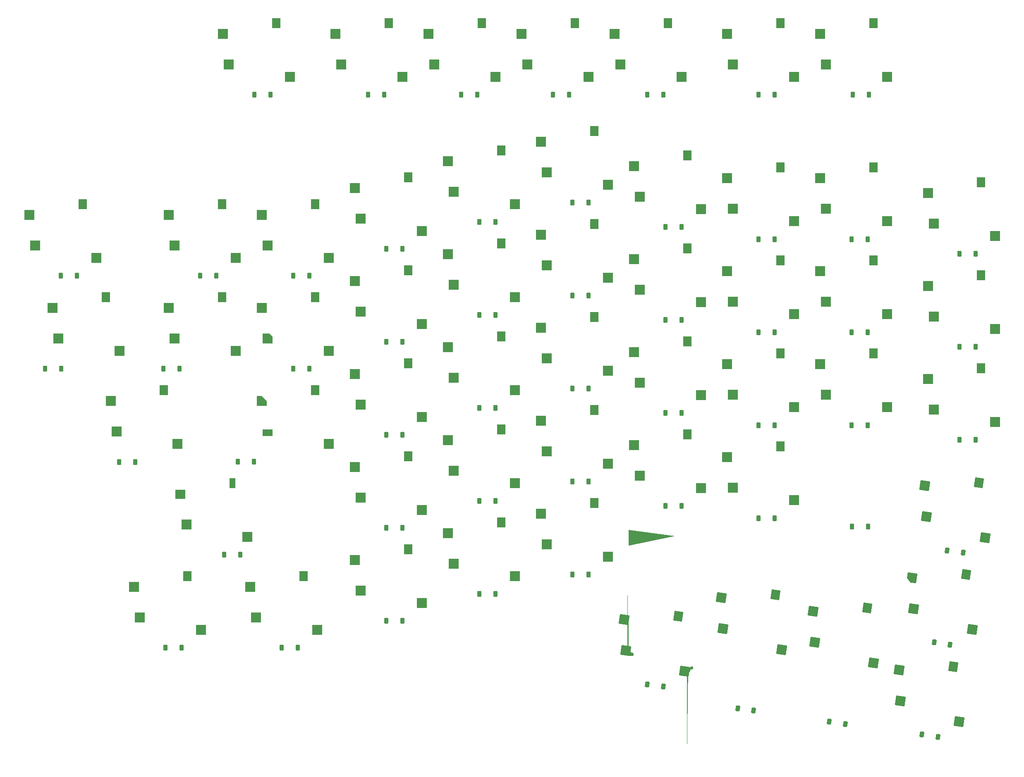
<source format=gtp>
%TF.GenerationSoftware,KiCad,Pcbnew,8.0.2*%
%TF.CreationDate,2024-06-02T17:13:22-07:00*%
%TF.ProjectId,ergodonk_simple_zero,6572676f-646f-46e6-9b5f-73696d706c65,0.2.1*%
%TF.SameCoordinates,Original*%
%TF.FileFunction,Paste,Top*%
%TF.FilePolarity,Positive*%
%FSLAX46Y46*%
G04 Gerber Fmt 4.6, Leading zero omitted, Abs format (unit mm)*
G04 Created by KiCad (PCBNEW 8.0.2) date 2024-06-02 17:13:22*
%MOMM*%
%LPD*%
G01*
G04 APERTURE LIST*
G04 Aperture macros list*
%AMRoundRect*
0 Rectangle with rounded corners*
0 $1 Rounding radius*
0 $2 $3 $4 $5 $6 $7 $8 $9 X,Y pos of 4 corners*
0 Add a 4 corners polygon primitive as box body*
4,1,4,$2,$3,$4,$5,$6,$7,$8,$9,$2,$3,0*
0 Add four circle primitives for the rounded corners*
1,1,$1+$1,$2,$3*
1,1,$1+$1,$4,$5*
1,1,$1+$1,$6,$7*
1,1,$1+$1,$8,$9*
0 Add four rect primitives between the rounded corners*
20,1,$1+$1,$2,$3,$4,$5,0*
20,1,$1+$1,$4,$5,$6,$7,0*
20,1,$1+$1,$6,$7,$8,$9,0*
20,1,$1+$1,$8,$9,$2,$3,0*%
%AMRotRect*
0 Rectangle, with rotation*
0 The origin of the aperture is its center*
0 $1 length*
0 $2 width*
0 $3 Rotation angle, in degrees counterclockwise*
0 Add horizontal line*
21,1,$1,$2,0,0,$3*%
%AMOutline5P*
0 Free polygon, 5 corners , with rotation*
0 The origin of the aperture is its center*
0 number of corners: always 5*
0 $1 to $10 corner X, Y*
0 $11 Rotation angle, in degrees counterclockwise*
0 create outline with 5 corners*
4,1,5,$1,$2,$3,$4,$5,$6,$7,$8,$9,$10,$1,$2,$11*%
%AMOutline6P*
0 Free polygon, 6 corners , with rotation*
0 The origin of the aperture is its center*
0 number of corners: always 6*
0 $1 to $12 corner X, Y*
0 $13 Rotation angle, in degrees counterclockwise*
0 create outline with 6 corners*
4,1,6,$1,$2,$3,$4,$5,$6,$7,$8,$9,$10,$11,$12,$1,$2,$13*%
%AMOutline7P*
0 Free polygon, 7 corners , with rotation*
0 The origin of the aperture is its center*
0 number of corners: always 7*
0 $1 to $14 corner X, Y*
0 $15 Rotation angle, in degrees counterclockwise*
0 create outline with 7 corners*
4,1,7,$1,$2,$3,$4,$5,$6,$7,$8,$9,$10,$11,$12,$13,$14,$1,$2,$15*%
%AMOutline8P*
0 Free polygon, 8 corners , with rotation*
0 The origin of the aperture is its center*
0 number of corners: always 8*
0 $1 to $16 corner X, Y*
0 $17 Rotation angle, in degrees counterclockwise*
0 create outline with 8 corners*
4,1,8,$1,$2,$3,$4,$5,$6,$7,$8,$9,$10,$11,$12,$13,$14,$15,$16,$1,$2,$17*%
%AMFreePoly0*
4,1,70,0.078904,0.947006,0.105684,0.947006,0.144395,0.936633,0.168156,0.932870,0.178932,0.927378,0.193939,0.923358,0.247393,0.892496,0.265726,0.883156,0.268665,0.880214,0.273067,0.877674,0.337674,0.813067,0.340214,0.808666,0.343156,0.805725,0.352496,0.787393,0.383358,0.733939,0.387378,0.718932,0.392870,0.708156,0.396633,0.684395,0.407006,0.645684,0.407133,0.618095,
0.410000,0.600000,0.410000,0.555652,0.437409,0.471298,0.489542,0.399542,0.561298,0.347408,0.645652,0.320000,0.690000,0.320000,0.798156,0.302870,0.895725,0.253155,0.973156,0.175725,1.022870,0.078156,1.040000,-0.030000,1.022870,-0.138156,0.973156,-0.235725,0.895725,-0.313156,0.798156,-0.362870,0.690000,-0.380000,0.519825,-0.365112,0.354820,-0.320899,0.268177,-0.280496,
0.193939,-0.323358,0.105684,-0.347006,0.014316,-0.347006,-0.073939,-0.323358,-0.153067,-0.277674,-0.217674,-0.213067,-0.263358,-0.133939,-0.287006,-0.045684,-0.290000,0.600000,-0.287006,0.645684,-0.276632,0.684395,-0.272870,0.708156,-0.267378,0.718932,-0.263358,0.733939,-0.232496,0.787393,-0.223156,0.805725,-0.220214,0.808666,-0.217674,0.813067,-0.153067,0.877674,-0.148666,0.880214,
-0.145725,0.883156,-0.127393,0.892496,-0.073939,0.923358,-0.058932,0.927378,-0.048156,0.932870,-0.024395,0.936633,0.014316,0.947006,0.041096,0.947006,0.060001,0.950000,0.078904,0.947006,0.078904,0.947006,$1*%
%AMFreePoly1*
4,1,72,0.778156,0.422870,0.875725,0.373156,0.953156,0.295725,1.002870,0.198156,1.020000,0.090000,1.002870,-0.018156,0.953156,-0.115725,0.875725,-0.193156,0.778156,-0.242870,0.670000,-0.260000,0.625652,-0.260000,0.541298,-0.287409,0.469542,-0.339542,0.417409,-0.411298,0.390000,-0.495652,0.390000,-0.540000,0.387006,-0.585684,0.376633,-0.624395,0.372870,-0.648156,0.367378,-0.658932,
0.363358,-0.673939,0.332496,-0.727393,0.323156,-0.745725,0.320214,-0.748666,0.317674,-0.753067,0.253067,-0.817674,0.248666,-0.820214,0.245724,-0.823156,0.227393,-0.832496,0.173939,-0.863358,0.158932,-0.867378,0.148156,-0.872870,0.124395,-0.876633,0.085684,-0.887006,0.058904,-0.887006,0.040000,-0.890000,0.021096,-0.887006,-0.005684,-0.887006,-0.044395,-0.876633,-0.068156,-0.872870,
-0.078932,-0.867379,-0.093939,-0.863358,-0.147393,-0.832496,-0.165725,-0.823156,-0.168666,-0.820214,-0.173067,-0.817674,-0.237674,-0.753067,-0.240214,-0.748666,-0.243156,-0.745725,-0.252496,-0.727393,-0.283358,-0.673939,-0.287378,-0.658932,-0.292870,-0.648156,-0.296633,-0.624395,-0.307006,-0.585684,-0.307133,-0.558095,-0.310000,-0.540000,-0.307357,-0.509799,-0.310000,0.060000,-0.307006,0.105684,
-0.283358,0.193939,-0.237674,0.273067,-0.173067,0.337674,-0.093939,0.383358,-0.005684,0.407006,0.085684,0.407006,0.173939,0.383358,0.248177,0.340496,0.334820,0.380899,0.499825,0.425112,0.670000,0.440000,0.778156,0.422870,0.778156,0.422870,$1*%
G04 Aperture macros list end*
%ADD10RoundRect,0.225000X0.225000X0.375000X-0.225000X0.375000X-0.225000X-0.375000X0.225000X-0.375000X0*%
%ADD11R,1.800000X2.000000*%
%ADD12R,2.000000X2.000000*%
%ADD13RoundRect,0.225000X0.275000X0.340037X-0.170620X0.402664X-0.275000X-0.340037X0.170620X-0.402664X0*%
%ADD14RotRect,1.800000X2.000000X352.000000*%
%ADD15RotRect,2.000000X2.000000X352.000000*%
%ADD16Outline5P,-1.000000X1.000000X0.400000X1.000000X1.000000X0.400000X1.000000X-1.000000X-1.000000X-1.000000X0.000000*%
%ADD17R,2.000000X1.440000*%
%ADD18Outline5P,-1.000000X1.000000X0.000000X1.000000X1.000000X0.000000X1.000000X-1.000000X-1.000000X-1.000000X0.000000*%
%ADD19Outline5P,-1.000000X1.000000X1.000000X1.000000X1.000000X-1.000000X-0.200000X-1.000000X-1.000000X-0.200000X352.000000*%
%ADD20FreePoly0,172.000000*%
%ADD21FreePoly1,172.000000*%
%ADD22R,1.302500X2.031100*%
%ADD23R,1.999998X1.828900*%
G04 APERTURE END LIST*
D10*
%TO.C,D58*%
X79176250Y-155818000D03*
X75876250Y-155818000D03*
%TD*%
D11*
%TO.C,SW31*%
X220820000Y-95568000D03*
D12*
X211120000Y-104008000D03*
X223620000Y-106548000D03*
X209920000Y-97768000D03*
%TD*%
D10*
%TO.C,D17*%
X105370000Y-79618000D03*
X102070000Y-79618000D03*
%TD*%
%TO.C,D55*%
X143470000Y-144818000D03*
X140170000Y-144818000D03*
%TD*%
D11*
%TO.C,SW55*%
X144620000Y-130168000D03*
D12*
X134920000Y-138608000D03*
X147420000Y-141148000D03*
X133720000Y-132368000D03*
%TD*%
D10*
%TO.C,D46*%
X124420000Y-131268000D03*
X121120000Y-131268000D03*
%TD*%
D13*
%TO.C,D40*%
X236495402Y-155189636D03*
X233227518Y-154730364D03*
%TD*%
D10*
%TO.C,D08*%
X57745000Y-79618000D03*
X54445000Y-79618000D03*
%TD*%
%TO.C,D15*%
X143470000Y-68618000D03*
X140170000Y-68618000D03*
%TD*%
%TO.C,D54*%
X162520000Y-140818000D03*
X159220000Y-140818000D03*
%TD*%
D11*
%TO.C,SW16*%
X125570000Y-59468000D03*
D12*
X115870000Y-67908000D03*
X128370000Y-70448000D03*
X114670000Y-61668000D03*
%TD*%
D11*
%TO.C,SW6*%
X121570000Y-27918000D03*
D12*
X111870000Y-36358000D03*
X124370000Y-38898000D03*
X110670000Y-30118000D03*
%TD*%
D10*
%TO.C,D56*%
X124420000Y-150318000D03*
X121120000Y-150318000D03*
%TD*%
%TO.C,D5*%
X139720000Y-42568000D03*
X136420000Y-42568000D03*
%TD*%
%TO.C,D13*%
X181570000Y-69618000D03*
X178270000Y-69618000D03*
%TD*%
%TO.C,D32*%
X200620000Y-110218000D03*
X197320000Y-110218000D03*
%TD*%
%TO.C,D26*%
X124420000Y-93168000D03*
X121120000Y-93168000D03*
%TD*%
D11*
%TO.C,SW14*%
X163670000Y-49968000D03*
D12*
X153970000Y-58408000D03*
X166470000Y-60948000D03*
X152770000Y-52168000D03*
%TD*%
D10*
%TO.C,D38*%
X78720000Y-98668000D03*
X75420000Y-98668000D03*
%TD*%
D11*
%TO.C,SW43*%
X182720000Y-112118000D03*
D12*
X173020000Y-120558000D03*
X185520000Y-123098000D03*
X171820000Y-114318000D03*
%TD*%
D10*
%TO.C,D7*%
X97370000Y-42568000D03*
X94070000Y-42568000D03*
%TD*%
%TO.C,D18*%
X86320000Y-79618000D03*
X83020000Y-79618000D03*
%TD*%
%TO.C,D2*%
X200620000Y-42568000D03*
X197320000Y-42568000D03*
%TD*%
D14*
%TO.C,SW50*%
X237128450Y-159720391D03*
D15*
X226348229Y-166728274D03*
X238373080Y-170983219D03*
X226028347Y-160381994D03*
%TD*%
D11*
%TO.C,SW22*%
X201770000Y-76518000D03*
D12*
X192070000Y-84958000D03*
X204570000Y-87498000D03*
X190870000Y-78718000D03*
%TD*%
D11*
%TO.C,SW4*%
X159670000Y-27918000D03*
D12*
X149970000Y-36358000D03*
X162470000Y-38898000D03*
X148770000Y-30118000D03*
%TD*%
D11*
%TO.C,SW7*%
X98520000Y-27918000D03*
D12*
X88820000Y-36358000D03*
X101320000Y-38898000D03*
X87620000Y-30118000D03*
%TD*%
D14*
%TO.C,SW52*%
X200787287Y-144931976D03*
D15*
X190007066Y-151939859D03*
X202031917Y-156194804D03*
X189687184Y-145593579D03*
%TD*%
D11*
%TO.C,SW44*%
X163670000Y-107118000D03*
D12*
X153970000Y-115558000D03*
X166470000Y-118098000D03*
X152770000Y-109318000D03*
%TD*%
D11*
%TO.C,SW26*%
X125570000Y-78518000D03*
D12*
X115870000Y-86958000D03*
X128370000Y-89498000D03*
X114670000Y-80718000D03*
%TD*%
D11*
%TO.C,SW56*%
X125570000Y-135668000D03*
D12*
X115870000Y-144108000D03*
X128370000Y-146648000D03*
X114670000Y-137868000D03*
%TD*%
D11*
%TO.C,SW46*%
X125570000Y-116618000D03*
D12*
X115870000Y-125058000D03*
X128370000Y-127598000D03*
X114670000Y-118818000D03*
%TD*%
D16*
%TO.C,SW27*%
X96820000Y-92458000D03*
D11*
X106520000Y-84018000D03*
D12*
X95620000Y-86218000D03*
X109320000Y-94998000D03*
%TD*%
D10*
%TO.C,D21*%
X219670000Y-91168000D03*
X216370000Y-91168000D03*
%TD*%
D11*
%TO.C,SW5*%
X140620000Y-27918000D03*
D12*
X130920000Y-36358000D03*
X143420000Y-38898000D03*
X129720000Y-30118000D03*
%TD*%
%TO.C,SW08*%
X47995000Y-67168000D03*
X49195000Y-73408000D03*
D11*
X58895000Y-64968000D03*
D12*
X61695000Y-75948000D03*
%TD*%
D11*
%TO.C,SW10*%
X242870000Y-79518000D03*
D12*
X233170000Y-87958000D03*
X245670000Y-90498000D03*
X231970000Y-81718000D03*
%TD*%
D10*
%TO.C,D37*%
X94000000Y-117703000D03*
X90700000Y-117703000D03*
%TD*%
D11*
%TO.C,SW35*%
X144620000Y-92068000D03*
D12*
X134920000Y-100508000D03*
X147420000Y-103048000D03*
X133720000Y-94268000D03*
%TD*%
%TO.C,SW28*%
X52757500Y-86218000D03*
X53957500Y-92458000D03*
D11*
X63657500Y-84018000D03*
D12*
X66457500Y-94998000D03*
%TD*%
D11*
%TO.C,SW15*%
X144620000Y-53968000D03*
D12*
X134920000Y-62408000D03*
X147420000Y-64948000D03*
X133720000Y-56168000D03*
%TD*%
D11*
%TO.C,SW21*%
X220820000Y-76518000D03*
D12*
X211120000Y-84958000D03*
X223620000Y-87498000D03*
X209920000Y-78718000D03*
%TD*%
D10*
%TO.C,D42*%
X200620000Y-129268000D03*
X197320000Y-129268000D03*
%TD*%
%TO.C,D33*%
X181570000Y-107718000D03*
X178270000Y-107718000D03*
%TD*%
%TO.C,D11*%
X219670000Y-72118000D03*
X216370000Y-72118000D03*
%TD*%
%TO.C,D27*%
X105350000Y-98668000D03*
X102050000Y-98668000D03*
%TD*%
D11*
%TO.C,SW17*%
X106520000Y-64968000D03*
D12*
X96820000Y-73408000D03*
X109320000Y-75948000D03*
X95620000Y-67168000D03*
%TD*%
D10*
%TO.C,D12*%
X200620000Y-72118000D03*
X197320000Y-72118000D03*
%TD*%
D14*
%TO.C,SW30*%
X242430945Y-121991177D03*
D15*
X231650724Y-128999060D03*
X243675575Y-133254005D03*
X231330842Y-122652780D03*
%TD*%
D10*
%TO.C,D25*%
X143470000Y-87668000D03*
X140170000Y-87668000D03*
%TD*%
%TO.C,D34*%
X162520000Y-102718000D03*
X159220000Y-102718000D03*
%TD*%
%TO.C,D48*%
X69660000Y-117790000D03*
X66360000Y-117790000D03*
%TD*%
D11*
%TO.C,SW57*%
X104138750Y-141168000D03*
D12*
X94438750Y-149608000D03*
X106938750Y-152148000D03*
X93238750Y-143368000D03*
%TD*%
D10*
%TO.C,D4*%
X158520000Y-42568000D03*
X155220000Y-42568000D03*
%TD*%
D13*
%TO.C,D50*%
X234017337Y-174069636D03*
X230749453Y-173610364D03*
%TD*%
D17*
%TO.C,SW37*%
X96820000Y-111773000D03*
D11*
X106520000Y-103053000D03*
D18*
X95620000Y-105253000D03*
D12*
X109320000Y-114033000D03*
%TD*%
D11*
%TO.C,SW24*%
X163670000Y-69018000D03*
D12*
X153970000Y-77458000D03*
X166470000Y-79998000D03*
X152770000Y-71218000D03*
%TD*%
D11*
%TO.C,SW1*%
X220820000Y-27918000D03*
D12*
X211120000Y-36358000D03*
X223620000Y-38898000D03*
X209920000Y-30118000D03*
%TD*%
D11*
%TO.C,SW2*%
X201770000Y-27918000D03*
D12*
X192070000Y-36358000D03*
X204570000Y-38898000D03*
X190870000Y-30118000D03*
%TD*%
D13*
%TO.C,D51*%
X215061319Y-171461935D03*
X211793435Y-171002663D03*
%TD*%
D10*
%TO.C,D0*%
X241720000Y-75118000D03*
X238420000Y-75118000D03*
%TD*%
%TO.C,D1*%
X219920000Y-42568000D03*
X216620000Y-42568000D03*
%TD*%
D11*
%TO.C,SW20*%
X242870000Y-98568000D03*
D12*
X233170000Y-107008000D03*
X245670000Y-109548000D03*
X231970000Y-100768000D03*
%TD*%
D10*
%TO.C,D47*%
X91180000Y-136780000D03*
X87880000Y-136780000D03*
%TD*%
D11*
%TO.C,SW42*%
X201770000Y-114618000D03*
D12*
X192070000Y-123058000D03*
X204570000Y-125598000D03*
X190870000Y-116818000D03*
%TD*%
D10*
%TO.C,D6*%
X120670000Y-42568000D03*
X117370000Y-42568000D03*
%TD*%
%TO.C,D24*%
X162520000Y-83668000D03*
X159220000Y-83668000D03*
%TD*%
%TO.C,D3*%
X177820000Y-42568000D03*
X174520000Y-42568000D03*
%TD*%
D11*
%TO.C,SW34*%
X163670000Y-88068000D03*
D12*
X153970000Y-96508000D03*
X166470000Y-99048000D03*
X152770000Y-90268000D03*
%TD*%
D10*
%TO.C,D16*%
X124420000Y-74118000D03*
X121120000Y-74118000D03*
%TD*%
%TO.C,D35*%
X143470000Y-106718000D03*
X140170000Y-106718000D03*
%TD*%
%TO.C,D43*%
X181570000Y-126768000D03*
X178270000Y-126768000D03*
%TD*%
D11*
%TO.C,SW0*%
X242870000Y-60468000D03*
D12*
X233170000Y-68908000D03*
X245670000Y-71448000D03*
X231970000Y-62668000D03*
%TD*%
D11*
%TO.C,SW58*%
X80326250Y-141168000D03*
D12*
X70626250Y-149608000D03*
X83126250Y-152148000D03*
X69426250Y-143368000D03*
%TD*%
D10*
%TO.C,D45*%
X143470000Y-125768000D03*
X140170000Y-125768000D03*
%TD*%
D11*
%TO.C,SW3*%
X178720000Y-27918000D03*
D12*
X169020000Y-36358000D03*
X181520000Y-38898000D03*
X167820000Y-30118000D03*
%TD*%
%TO.C,SW18*%
X77770000Y-73408000D03*
X76570000Y-67168000D03*
X90270000Y-75948000D03*
D11*
X87470000Y-64968000D03*
%TD*%
D10*
%TO.C,D22*%
X200620000Y-91168000D03*
X197320000Y-91168000D03*
%TD*%
D11*
%TO.C,SW36*%
X125570000Y-97568000D03*
D12*
X115870000Y-106008000D03*
X128370000Y-108548000D03*
X114670000Y-99768000D03*
%TD*%
D10*
%TO.C,D20*%
X241720000Y-113218000D03*
X238420000Y-113218000D03*
%TD*%
D14*
%TO.C,SW40*%
X239779697Y-140855784D03*
D15*
X228999476Y-147863667D03*
X241024327Y-152118612D03*
D19*
X228679594Y-141517387D03*
%TD*%
D11*
%TO.C,SW25*%
X144620000Y-73018000D03*
D12*
X134920000Y-81458000D03*
X147420000Y-83998000D03*
X133720000Y-75218000D03*
%TD*%
D10*
%TO.C,D14*%
X162520000Y-64618000D03*
X159220000Y-64618000D03*
%TD*%
D11*
%TO.C,SW32*%
X201770000Y-95568000D03*
D12*
X192070000Y-104008000D03*
X204570000Y-106548000D03*
X190870000Y-97768000D03*
%TD*%
D10*
%TO.C,D31*%
X219670000Y-110218000D03*
X216370000Y-110218000D03*
%TD*%
D12*
%TO.C,SW48*%
X64663750Y-105268000D03*
X65863750Y-111508000D03*
D11*
X75563750Y-103068000D03*
D12*
X78363750Y-114048000D03*
%TD*%
D11*
%TO.C,SW11*%
X220820000Y-57468000D03*
D12*
X211120000Y-65908000D03*
X223620000Y-68448000D03*
X209920000Y-59668000D03*
%TD*%
D11*
%TO.C,SW54*%
X163670000Y-126168000D03*
D12*
X153970000Y-134608000D03*
X166470000Y-137148000D03*
X152770000Y-128368000D03*
%TD*%
D10*
%TO.C,D28*%
X54570000Y-98668000D03*
X51270000Y-98668000D03*
%TD*%
%TO.C,D44*%
X162520000Y-121768000D03*
X159220000Y-121768000D03*
%TD*%
D13*
%TO.C,D52*%
X196283969Y-168711658D03*
X193016085Y-168252386D03*
%TD*%
D14*
%TO.C,SW53*%
X180866036Y-149408572D03*
D20*
X170695659Y-157178748D03*
D15*
X170085815Y-156416455D03*
D21*
X182895547Y-160044534D03*
D15*
X182110666Y-160671400D03*
X169765933Y-150070175D03*
%TD*%
D10*
%TO.C,D36*%
X124420000Y-112218000D03*
X121120000Y-112218000D03*
%TD*%
%TO.C,D41*%
X219700000Y-130990000D03*
X216400000Y-130990000D03*
%TD*%
D12*
%TO.C,SW38*%
X77770000Y-92458000D03*
X76570000Y-86218000D03*
X90270000Y-94998000D03*
D11*
X87470000Y-84018000D03*
%TD*%
D10*
%TO.C,D23*%
X181570000Y-88668000D03*
X178270000Y-88668000D03*
%TD*%
D13*
%TO.C,D30*%
X239175402Y-136339636D03*
X235907518Y-135880364D03*
%TD*%
D11*
%TO.C,SW45*%
X144620000Y-111118000D03*
D12*
X134920000Y-119558000D03*
X147420000Y-122098000D03*
X133720000Y-113318000D03*
%TD*%
D14*
%TO.C,SW51*%
X219564637Y-147682253D03*
D15*
X208784416Y-154690136D03*
X220809267Y-158945081D03*
X208464534Y-148343856D03*
%TD*%
D11*
%TO.C,SW23*%
X182720000Y-74018000D03*
D12*
X173020000Y-82458000D03*
X185520000Y-84998000D03*
X171820000Y-76218000D03*
%TD*%
D11*
%TO.C,SW13*%
X182720000Y-54968000D03*
D12*
X173020000Y-63408000D03*
X185520000Y-65948000D03*
X171820000Y-57168000D03*
%TD*%
D11*
%TO.C,SW33*%
X182720000Y-93068000D03*
D12*
X173020000Y-101508000D03*
X185520000Y-104048000D03*
X171820000Y-95268000D03*
%TD*%
D11*
%TO.C,SW12*%
X201770000Y-57468000D03*
D12*
X192070000Y-65908000D03*
X204570000Y-68448000D03*
X190870000Y-59668000D03*
%TD*%
D10*
%TO.C,D10*%
X241720000Y-94168000D03*
X238420000Y-94168000D03*
%TD*%
%TO.C,D57*%
X102988750Y-155818000D03*
X99688750Y-155818000D03*
%TD*%
D12*
%TO.C,SW47*%
X80151250Y-130558000D03*
D22*
X89602500Y-122133550D03*
D23*
X78951251Y-124403550D03*
D12*
X92651250Y-133098000D03*
%TD*%
D13*
%TO.C,D53*%
X177773942Y-163789636D03*
X174506058Y-163330364D03*
%TD*%
M02*

</source>
